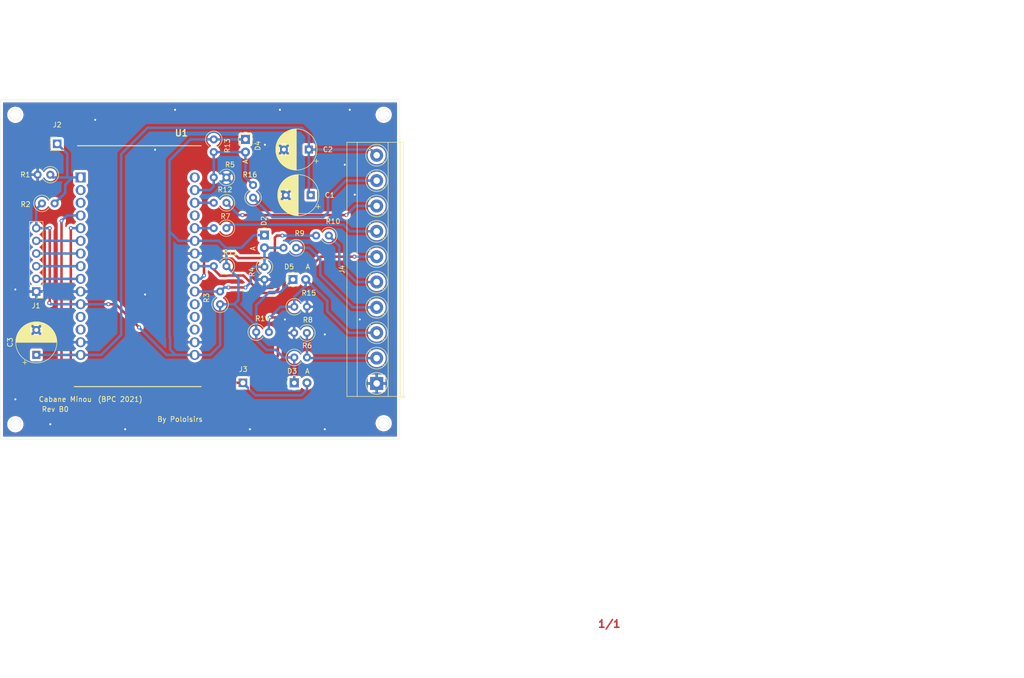
<source format=kicad_pcb>
(kicad_pcb (version 20171130) (host pcbnew "(5.1.9)-1")
  (layers (0 F.Cu signal hide) (31 B.Cu signal) (34 B.Paste user hide) (35 F.Paste user hide) (36 B.SilkS user hide) (37 F.SilkS user) (38 B.Mask user hide) (39 F.Mask user hide) (44 Edge.Cuts user))
  (net 0 "")
  (net 1 GND)
  (net 2 +5V)
  (net 3 "Net-(D2-Pad2)")
  (net 4 +3V3)
  (net 5 "Net-(D3-Pad2)")
  (net 6 "Net-(D4-Pad2)")
  (net 7 "Net-(D5-Pad2)")
  (net 8 "Net-(J1-Pad5)")
  (net 9 "Net-(J1-Pad4)")
  (net 10 "Net-(J1-Pad3)")
  (net 11 "Net-(J1-Pad2)")
  (net 12 "Net-(J2-Pad1)")
  (net 13 "Net-(J4-Pad7)")
  (net 14 "Net-(J4-Pad6)")
  (net 15 "Net-(J4-Pad5)")
  (net 16 "Net-(J4-Pad4)")
  (net 17 "Net-(R7-Pad2)")
  (net 18 "Net-(R10-Pad2)")
  (net 19 "Net-(R12-Pad2)")
  (net 20 "Net-(U1-Pad2)")
  (net 21 "Net-(U1-Pad3)")
  (net 22 "Net-(U1-Pad12)")
  (net 23 "Net-(U1-Pad13)")
  (net 24 "Net-(U1-Pad18)")
  (net 25 "Net-(U1-Pad19)")
  (net 26 "Net-(U1-Pad20)")
  (net 27 "Net-(U1-Pad27)")
  (net 28 "Net-(U1-Pad30)")
  (net 29 "Net-(J4-Pad9)")
  (net 30 "Net-(J4-Pad8)")
  (module Resistor_THT:R_Axial_DIN0309_L9.0mm_D3.2mm_P2.54mm_Vertical (layer F.Cu) (at 76 93 180)
    (fp_text reference R1 (at 5 0) (layer F.SilkS))
    (fp_text value 40k)
    (pad 2 thru_hole oval (at 2.54 0 180) (size 1.6 1.6) (drill 0.8) (layers *.Cu *.Mask) (net 1 GND))
    (pad 1 thru_hole circle (at 0 0 180) (size 1.6 1.6) (drill 0.8) (layers *.Cu *.Mask) (net 12 "Net-(J2-Pad1)"))
  )
  (module Capacitor_THT:CP_Radial_D8.0mm_P5.00mm (layer F.Cu) (at 73.2 129.1 90)
    (fp_text reference C3 (at 2.5 -5.25 90) (layer F.SilkS))
    (fp_text value 100u)
    (pad 2 thru_hole circle (at 5 0 90) (size 1.6 1.6) (drill 0.8) (layers *.Cu *.Mask) (net 1 GND))
    (pad 1 thru_hole rect (at 0 0 90) (size 1.6 1.6) (drill 0.8) (layers *.Cu *.Mask) (net 2 +5V))
  )
  (module Connector_PinHeader_2.54mm:PinHeader_1x01_P2.54mm_Vertical (layer F.Cu) (at 114.6 134.7 90)
    (fp_text reference J3 (at 2.7 0.05 180) (layer F.SilkS))
    (fp_text value Temp)
    (pad 1 thru_hole rect (at 0 0 90) (size 1.7 1.7) (drill 1) (layers *.Cu *.Mask) (net 5 "Net-(D3-Pad2)"))
  )
  (module Connector_PinHeader_2.54mm:PinHeader_1x01_P2.54mm_Vertical (layer F.Cu) (at 77.381 86.819)
    (fp_text reference J2 (at 0 -3.81) (layer F.SilkS))
    (fp_text value Lum hide)
    (pad 1 thru_hole rect (at 0 0) (size 1.7 1.7) (drill 1) (layers *.Cu *.Mask) (net 12 "Net-(J2-Pad1)"))
  )
  (module Diode_THT:D_A-405_P2.54mm_Vertical_AnodeUp (layer F.Cu) (at 124.625 113.997)
    (fp_text reference D5 (at -0.775 -2.547) (layer F.SilkS))
    (fp_text value D_Schottky)
    (fp_text user A (at 2.975 -2.547) (layer F.SilkS))
    (pad 2 thru_hole oval (at 2.54 0) (size 1.8 1.8) (drill 0.9) (layers *.Cu *.Mask) (net 7 "Net-(D5-Pad2)"))
    (pad 1 thru_hole rect (at 0 0) (size 1.8 1.8) (drill 0.9) (layers *.Cu *.Mask) (net 4 +3V3))
  )
  (module Diode_THT:D_A-405_P2.54mm_Vertical_AnodeUp (layer F.Cu) (at 115.1 85.93 270)
    (fp_text reference D4 (at 1.27 -2.47 90) (layer F.SilkS))
    (fp_text value D_Schottky)
    (fp_text user A (at 4.44 0 90) (layer F.SilkS))
    (pad 2 thru_hole oval (at 2.54 0 270) (size 1.8 1.8) (drill 0.9) (layers *.Cu *.Mask) (net 6 "Net-(D4-Pad2)"))
    (pad 1 thru_hole rect (at 0 0 270) (size 1.8 1.8) (drill 0.9) (layers *.Cu *.Mask) (net 4 +3V3))
  )
  (module Diode_THT:D_A-405_P2.54mm_Vertical_AnodeUp (layer F.Cu) (at 124.879 134.698)
    (fp_text reference D3 (at -0.429 -2.348) (layer F.SilkS))
    (fp_text value D_Schottky)
    (fp_text user A (at 2.621 -2.348) (layer F.SilkS))
    (pad 2 thru_hole oval (at 2.54 0) (size 1.8 1.8) (drill 0.9) (layers *.Cu *.Mask) (net 5 "Net-(D3-Pad2)"))
    (pad 1 thru_hole rect (at 0 0) (size 1.8 1.8) (drill 0.9) (layers *.Cu *.Mask) (net 4 +3V3))
  )
  (module Diode_THT:D_A-405_P2.54mm_Vertical_AnodeUp (layer F.Cu) (at 118.91 105.107 270)
    (fp_text reference D2 (at -2.857 0.11 90) (layer F.SilkS))
    (fp_text value D_Schottky)
    (fp_text user A (at 2.693 2.31 90) (layer F.SilkS))
    (pad 2 thru_hole oval (at 2.54 0 270) (size 1.8 1.8) (drill 0.9) (layers *.Cu *.Mask) (net 3 "Net-(D2-Pad2)"))
    (pad 1 thru_hole rect (at 0 0 270) (size 1.8 1.8) (drill 0.9) (layers *.Cu *.Mask) (net 4 +3V3))
  )
  (module bpc:BPC_NodeMCU_small (layer F.Cu) (at 93.51 111.33)
    (fp_text reference U1 (at 8.763 -26.67) (layer F.SilkS) (effects (font (size 1.27 1.27) (thickness 0.254))))
    (fp_text value NodeMCUs hide)
    (pad 1 thru_hole rect (at -11.43 -17.78) (size 2 2) (drill oval 0.9 1.5) (layers *.Cu *.Mask) (net 12 "Net-(J2-Pad1)"))
    (pad 2 thru_hole oval (at -11.43 -15.24) (size 2 2) (drill oval 1 1.4) (layers *.Cu *.Mask) (net 20 "Net-(U1-Pad2)"))
    (pad 3 thru_hole oval (at -11.43 -12.7) (size 2 2) (drill oval 1 1.4) (layers *.Cu *.Mask) (net 21 "Net-(U1-Pad3)"))
    (pad 4 thru_hole oval (at -11.43 -10.16) (size 2 2) (drill oval 1 1.4) (layers *.Cu *.Mask) (net 5 "Net-(D3-Pad2)"))
    (pad 5 thru_hole oval (at -11.43 -7.62) (size 2 2) (drill oval 1 1.4) (layers *.Cu *.Mask) (net 7 "Net-(D5-Pad2)"))
    (pad 6 thru_hole oval (at -11.43 -5.08) (size 2 2) (drill oval 1 1.4) (layers *.Cu *.Mask) (net 8 "Net-(J1-Pad5)"))
    (pad 7 thru_hole oval (at -11.43 -2.54) (size 2 2) (drill oval 1 1.4) (layers *.Cu *.Mask) (net 9 "Net-(J1-Pad4)"))
    (pad 8 thru_hole oval (at -11.43 0) (size 2 2) (drill oval 1 1.4) (layers *.Cu *.Mask) (net 10 "Net-(J1-Pad3)"))
    (pad 9 thru_hole oval (at -11.43 2.54) (size 2 2) (drill oval 1 1.4) (layers *.Cu *.Mask) (net 11 "Net-(J1-Pad2)"))
    (pad 10 thru_hole oval (at -11.43 5.08) (size 2 2) (drill oval 1 1.4) (layers *.Cu *.Mask) (net 1 GND))
    (pad 11 thru_hole oval (at -11.43 7.62) (size 2 2) (drill oval 1 1.4) (layers *.Cu *.Mask) (net 4 +3V3))
    (pad 12 thru_hole oval (at -11.43 10.16) (size 2 2) (drill oval 1 1.4) (layers *.Cu *.Mask) (net 22 "Net-(U1-Pad12)"))
    (pad 13 thru_hole oval (at -11.43 12.7) (size 2 2) (drill oval 1 1.4) (layers *.Cu *.Mask) (net 23 "Net-(U1-Pad13)"))
    (pad 14 thru_hole oval (at -11.43 15.24) (size 2 2) (drill oval 1 1.4) (layers *.Cu *.Mask) (net 1 GND))
    (pad 15 thru_hole oval (at -11.43 17.78) (size 2 2) (drill oval 1 1.4) (layers *.Cu *.Mask) (net 2 +5V))
    (pad 16 thru_hole oval (at 11.43 17.78) (size 2 2) (drill oval 1 1.4) (layers *.Cu *.Mask) (net 4 +3V3))
    (pad 17 thru_hole oval (at 11.43 15.24) (size 2 2) (drill oval 1 1.4) (layers *.Cu *.Mask) (net 1 GND))
    (pad 18 thru_hole oval (at 11.43 12.7) (size 2 2) (drill oval 1 1.4) (layers *.Cu *.Mask) (net 24 "Net-(U1-Pad18)"))
    (pad 19 thru_hole oval (at 11.43 10.16) (size 2 2) (drill oval 1 1.4) (layers *.Cu *.Mask) (net 25 "Net-(U1-Pad19)"))
    (pad 20 thru_hole oval (at 11.43 7.62) (size 2 2) (drill oval 1 1.4) (layers *.Cu *.Mask) (net 26 "Net-(U1-Pad20)"))
    (pad 21 thru_hole oval (at 11.43 5.08) (size 2 2) (drill oval 1 1.4) (layers *.Cu *.Mask) (net 3 "Net-(D2-Pad2)"))
    (pad 22 thru_hole oval (at 11.43 2.54) (size 2 2) (drill oval 1 1.4) (layers *.Cu *.Mask) (net 18 "Net-(R10-Pad2)"))
    (pad 23 thru_hole oval (at 11.43 0) (size 2 2) (drill oval 1 1.4) (layers *.Cu *.Mask) (net 14 "Net-(J4-Pad6)"))
    (pad 24 thru_hole oval (at 11.43 -2.54) (size 2 2) (drill oval 1 1.4) (layers *.Cu *.Mask) (net 1 GND))
    (pad 25 thru_hole oval (at 11.43 -5.08) (size 2 2) (drill oval 1 1.4) (layers *.Cu *.Mask) (net 4 +3V3))
    (pad 26 thru_hole oval (at 11.43 -7.62) (size 2 2) (drill oval 1 1.4) (layers *.Cu *.Mask) (net 17 "Net-(R7-Pad2)"))
    (pad 27 thru_hole oval (at 11.43 -10.16) (size 2 2) (drill oval 1 1.4) (layers *.Cu *.Mask) (net 27 "Net-(U1-Pad27)"))
    (pad 28 thru_hole oval (at 11.43 -12.7) (size 2 2) (drill oval 1 1.4) (layers *.Cu *.Mask) (net 19 "Net-(R12-Pad2)"))
    (pad 29 thru_hole oval (at 11.43 -15.24) (size 2 2) (drill oval 1 1.4) (layers *.Cu *.Mask) (net 6 "Net-(D4-Pad2)"))
    (pad 30 thru_hole oval (at 11.43 -17.78) (size 2 2) (drill oval 1 1.4) (layers *.Cu *.Mask) (net 28 "Net-(U1-Pad30)"))
  )
  (module Resistor_THT:R_Axial_DIN0309_L9.0mm_D3.2mm_P2.54mm_Vertical (layer F.Cu) (at 116.624 97.614 90)
    (fp_text reference R16 (at 4.614 -0.624 180) (layer F.SilkS))
    (fp_text value 10)
    (pad 2 thru_hole oval (at 2.54 0 90) (size 1.6 1.6) (drill 0.8) (layers *.Cu *.Mask) (net 6 "Net-(D4-Pad2)"))
    (pad 1 thru_hole circle (at 0 0 90) (size 1.6 1.6) (drill 0.8) (layers *.Cu *.Mask) (net 29 "Net-(J4-Pad9)"))
  )
  (module Resistor_THT:R_Axial_DIN0309_L9.0mm_D3.2mm_P2.54mm_Vertical (layer F.Cu) (at 124.879 119.458)
    (fp_text reference R15 (at 2.921 -2.758) (layer F.SilkS))
    (fp_text value 100k)
    (pad 2 thru_hole oval (at 2.54 0) (size 1.6 1.6) (drill 0.8) (layers *.Cu *.Mask) (net 1 GND))
    (pad 1 thru_hole circle (at 0 0) (size 1.6 1.6) (drill 0.8) (layers *.Cu *.Mask) (net 7 "Net-(D5-Pad2)"))
  )
  (module Resistor_THT:R_Axial_DIN0309_L9.0mm_D3.2mm_P2.54mm_Vertical (layer F.Cu) (at 117.259 124.538)
    (fp_text reference R14 (at 1.27 -2.72) (layer F.SilkS))
    (fp_text value 100k)
    (pad 2 thru_hole oval (at 2.54 0) (size 1.6 1.6) (drill 0.8) (layers *.Cu *.Mask) (net 7 "Net-(D5-Pad2)"))
    (pad 1 thru_hole circle (at 0 0) (size 1.6 1.6) (drill 0.8) (layers *.Cu *.Mask) (net 4 +3V3))
  )
  (module Resistor_THT:R_Axial_DIN0309_L9.0mm_D3.2mm_P2.54mm_Vertical (layer F.Cu) (at 108.75 85.93 270)
    (fp_text reference R13 (at 1.27 -2.72 90) (layer F.SilkS))
    (fp_text value 100k)
    (pad 2 thru_hole oval (at 2.54 0 270) (size 1.6 1.6) (drill 0.8) (layers *.Cu *.Mask) (net 6 "Net-(D4-Pad2)"))
    (pad 1 thru_hole circle (at 0 0 270) (size 1.6 1.6) (drill 0.8) (layers *.Cu *.Mask) (net 4 +3V3))
  )
  (module Resistor_THT:R_Axial_DIN0309_L9.0mm_D3.2mm_P2.54mm_Vertical (layer F.Cu) (at 111.29 98.63 180)
    (fp_text reference R12 (at 0.29 2.63) (layer F.SilkS))
    (fp_text value 220)
    (pad 2 thru_hole oval (at 2.54 0 180) (size 1.6 1.6) (drill 0.8) (layers *.Cu *.Mask) (net 19 "Net-(R12-Pad2)"))
    (pad 1 thru_hole circle (at 0 0 180) (size 1.6 1.6) (drill 0.8) (layers *.Cu *.Mask) (net 30 "Net-(J4-Pad8)"))
  )
  (module Resistor_THT:R_Axial_DIN0309_L9.0mm_D3.2mm_P2.54mm_Vertical (layer F.Cu) (at 111.29 111.33 180)
    (fp_text reference R11 (at -0.81 2.73) (layer F.SilkS))
    (fp_text value 100k)
    (pad 2 thru_hole oval (at 2.54 0 180) (size 1.6 1.6) (drill 0.8) (layers *.Cu *.Mask) (net 14 "Net-(J4-Pad6)"))
    (pad 1 thru_hole circle (at 0 0 180) (size 1.6 1.6) (drill 0.8) (layers *.Cu *.Mask) (net 4 +3V3))
  )
  (module Resistor_THT:R_Axial_DIN0309_L9.0mm_D3.2mm_P2.54mm_Vertical (layer F.Cu) (at 131.8 105.2 180)
    (fp_text reference R10 (at -0.85 2.85) (layer F.SilkS))
    (fp_text value 220)
    (pad 2 thru_hole oval (at 2.54 0 180) (size 1.6 1.6) (drill 0.8) (layers *.Cu *.Mask) (net 18 "Net-(R10-Pad2)"))
    (pad 1 thru_hole circle (at 0 0 180) (size 1.6 1.6) (drill 0.8) (layers *.Cu *.Mask) (net 15 "Net-(J4-Pad5)"))
  )
  (module Resistor_THT:R_Axial_DIN0309_L9.0mm_D3.2mm_P2.54mm_Vertical (layer F.Cu) (at 125.26 107.647 180)
    (fp_text reference R9 (at -0.69 2.897) (layer F.SilkS))
    (fp_text value 10)
    (pad 2 thru_hole oval (at 2.54 0 180) (size 1.6 1.6) (drill 0.8) (layers *.Cu *.Mask) (net 3 "Net-(D2-Pad2)"))
    (pad 1 thru_hole circle (at 0 0 180) (size 1.6 1.6) (drill 0.8) (layers *.Cu *.Mask) (net 16 "Net-(J4-Pad4)"))
  )
  (module Resistor_THT:R_Axial_DIN0309_L9.0mm_D3.2mm_P2.54mm_Vertical (layer F.Cu) (at 127.4 124.7 180)
    (fp_text reference R8 (at -0.2 2.6) (layer F.SilkS))
    (fp_text value 100k)
    (pad 2 thru_hole oval (at 2.54 0 180) (size 1.6 1.6) (drill 0.8) (layers *.Cu *.Mask) (net 1 GND))
    (pad 1 thru_hole circle (at 0 0 180) (size 1.6 1.6) (drill 0.8) (layers *.Cu *.Mask) (net 5 "Net-(D3-Pad2)"))
  )
  (module Resistor_THT:R_Axial_DIN0309_L9.0mm_D3.2mm_P2.54mm_Vertical (layer F.Cu) (at 111.29 103.71 180)
    (fp_text reference R7 (at 0.19 2.36) (layer F.SilkS))
    (fp_text value 220)
    (pad 2 thru_hole oval (at 2.54 0 180) (size 1.6 1.6) (drill 0.8) (layers *.Cu *.Mask) (net 17 "Net-(R7-Pad2)"))
    (pad 1 thru_hole circle (at 0 0 180) (size 1.6 1.6) (drill 0.8) (layers *.Cu *.Mask) (net 13 "Net-(J4-Pad7)"))
  )
  (module Resistor_THT:R_Axial_DIN0309_L9.0mm_D3.2mm_P2.54mm_Vertical (layer F.Cu) (at 124.879 129.618)
    (fp_text reference R6 (at 2.571 -2.368) (layer F.SilkS))
    (fp_text value 100k)
    (pad 2 thru_hole oval (at 2.54 0) (size 1.6 1.6) (drill 0.8) (layers *.Cu *.Mask) (net 5 "Net-(D3-Pad2)"))
    (pad 1 thru_hole circle (at 0 0) (size 1.6 1.6) (drill 0.8) (layers *.Cu *.Mask) (net 4 +3V3))
  )
  (module Resistor_THT:R_Axial_DIN0309_L9.0mm_D3.2mm_P2.54mm_Vertical (layer F.Cu) (at 111.29 93.55 180)
    (fp_text reference R5 (at -0.71 2.55) (layer F.SilkS))
    (fp_text value 100k)
    (pad 2 thru_hole oval (at 2.54 0 180) (size 1.6 1.6) (drill 0.8) (layers *.Cu *.Mask) (net 6 "Net-(D4-Pad2)"))
    (pad 1 thru_hole circle (at 0 0 180) (size 1.6 1.6) (drill 0.8) (layers *.Cu *.Mask) (net 1 GND))
  )
  (module Resistor_THT:R_Axial_DIN0309_L9.0mm_D3.2mm_P2.54mm_Vertical (layer F.Cu) (at 118.91 111.457 270)
    (fp_text reference R4 (at 1.043 2.51 90) (layer F.SilkS))
    (fp_text value 100k)
    (pad 2 thru_hole oval (at 2.54 0 270) (size 1.6 1.6) (drill 0.8) (layers *.Cu *.Mask) (net 1 GND))
    (pad 1 thru_hole circle (at 0 0 270) (size 1.6 1.6) (drill 0.8) (layers *.Cu *.Mask) (net 3 "Net-(D2-Pad2)"))
  )
  (module Resistor_THT:R_Axial_DIN0309_L9.0mm_D3.2mm_P2.54mm_Vertical (layer F.Cu) (at 110.02 118.95 90)
    (fp_text reference R3 (at 1.27 -2.72 90) (layer F.SilkS))
    (fp_text value 100k)
    (pad 2 thru_hole oval (at 2.54 0 90) (size 1.6 1.6) (drill 0.8) (layers *.Cu *.Mask) (net 3 "Net-(D2-Pad2)"))
    (pad 1 thru_hole circle (at 0 0 90) (size 1.6 1.6) (drill 0.8) (layers *.Cu *.Mask) (net 4 +3V3))
  )
  (module Resistor_THT:R_Axial_DIN0309_L9.0mm_D3.2mm_P2.54mm_Vertical (layer F.Cu) (at 74.333 98.757)
    (fp_text reference R2 (at -3.283 0.193) (layer F.SilkS))
    (fp_text value 100k hide)
    (pad 2 thru_hole oval (at 2.54 0) (size 1.6 1.6) (drill 0.8) (layers *.Cu *.Mask) (net 12 "Net-(J2-Pad1)"))
    (pad 1 thru_hole circle (at 0 0) (size 1.6 1.6) (drill 0.8) (layers *.Cu *.Mask) (net 4 +3V3))
  )
  (module TerminalBlock_Phoenix:TerminalBlock_Phoenix_MKDS-3-10-5.08_1x10_P5.08mm_Horizontal (layer F.Cu) (at 141.389 134.825 90)
    (fp_text reference J4 (at 22.86 -6.96 90) (layer F.SilkS))
    (fp_text value Bornier)
    (pad 10 thru_hole circle (at 45.72 0 90) (size 2.6 2.6) (drill 1.3) (layers *.Cu *.Mask) (net 2 +5V))
    (pad 9 thru_hole circle (at 40.64 0 90) (size 2.6 2.6) (drill 1.3) (layers *.Cu *.Mask) (net 29 "Net-(J4-Pad9)"))
    (pad 8 thru_hole circle (at 35.56 0 90) (size 2.6 2.6) (drill 1.3) (layers *.Cu *.Mask) (net 30 "Net-(J4-Pad8)"))
    (pad 7 thru_hole circle (at 30.48 0 90) (size 2.6 2.6) (drill 1.3) (layers *.Cu *.Mask) (net 13 "Net-(J4-Pad7)"))
    (pad 6 thru_hole circle (at 25.4 0 90) (size 2.6 2.6) (drill 1.3) (layers *.Cu *.Mask) (net 14 "Net-(J4-Pad6)"))
    (pad 5 thru_hole circle (at 20.32 0 90) (size 2.6 2.6) (drill 1.3) (layers *.Cu *.Mask) (net 15 "Net-(J4-Pad5)"))
    (pad 4 thru_hole circle (at 15.24 0 90) (size 2.6 2.6) (drill 1.3) (layers *.Cu *.Mask) (net 16 "Net-(J4-Pad4)"))
    (pad 3 thru_hole circle (at 10.16 0 90) (size 2.6 2.6) (drill 1.3) (layers *.Cu *.Mask) (net 7 "Net-(D5-Pad2)"))
    (pad 2 thru_hole circle (at 5.08 0 90) (size 2.6 2.6) (drill 1.3) (layers *.Cu *.Mask) (net 5 "Net-(D3-Pad2)"))
    (pad 1 thru_hole rect (at 0 0 90) (size 2.6 2.6) (drill 1.3) (layers *.Cu *.Mask) (net 1 GND))
  )
  (module Connector_PinHeader_2.54mm:PinHeader_1x06_P2.54mm_Vertical (layer F.Cu) (at 73.19 116.41 180)
    (fp_text reference J1 (at 0.04 -2.84) (layer F.SilkS))
    (fp_text value "Ext SPI")
    (pad 6 thru_hole oval (at 0 12.7 180) (size 1.7 1.7) (drill 1) (layers *.Cu *.Mask) (net 4 +3V3))
    (pad 5 thru_hole oval (at 0 10.16 180) (size 1.7 1.7) (drill 1) (layers *.Cu *.Mask) (net 8 "Net-(J1-Pad5)"))
    (pad 4 thru_hole oval (at 0 7.62 180) (size 1.7 1.7) (drill 1) (layers *.Cu *.Mask) (net 9 "Net-(J1-Pad4)"))
    (pad 3 thru_hole oval (at 0 5.08 180) (size 1.7 1.7) (drill 1) (layers *.Cu *.Mask) (net 10 "Net-(J1-Pad3)"))
    (pad 2 thru_hole oval (at 0 2.54 180) (size 1.7 1.7) (drill 1) (layers *.Cu *.Mask) (net 11 "Net-(J1-Pad2)"))
    (pad 1 thru_hole rect (at 0 0 180) (size 1.7 1.7) (drill 1) (layers *.Cu *.Mask) (net 1 GND))
  )
  (module Capacitor_THT:CP_Radial_D8.0mm_P5.00mm (layer F.Cu) (at 127.8 87.962 180)
    (fp_text reference C2 (at -3.81 0) (layer F.SilkS))
    (fp_text value 100u)
    (pad 2 thru_hole circle (at 5 0 180) (size 1.6 1.6) (drill 0.8) (layers *.Cu *.Mask) (net 1 GND))
    (pad 1 thru_hole rect (at 0 0 180) (size 1.6 1.6) (drill 0.8) (layers *.Cu *.Mask) (net 2 +5V))
  )
  (module Capacitor_THT:CP_Radial_D8.0mm_P5.00mm (layer F.Cu) (at 128.181 97.106 180)
    (fp_text reference C1 (at -3.81 0) (layer F.SilkS))
    (fp_text value 100u)
    (pad 2 thru_hole circle (at 5 0 180) (size 1.6 1.6) (drill 0.8) (layers *.Cu *.Mask) (net 1 GND))
    (pad 1 thru_hole rect (at 0 0 180) (size 1.6 1.6) (drill 0.8) (layers *.Cu *.Mask) (net 2 +5V))
  )
  (gr_text "By Poloisirs" (at 102 142) (layer F.SilkS) (effects (font (size 1 1))))
  (gr_text "(BPC 2021)" (at 90 138) (layer F.SilkS) (effects (font (size 1 1))))
  (gr_text "Rev B0" (at 77 140) (layer F.SilkS) (effects (font (size 1 1))))
  (gr_text "Cabane Minou" (at 79 138) (layer F.SilkS) (effects (font (size 1 1))))
  (gr_text 1/1 (at 188 183) (layer F.Cu) (effects (font (size 1.5 1.5) (thickness 0.3))))
  (gr_line (start 66 142) (end 66 146) (layer Edge.Cuts) (width 0.05))
  (gr_line (start 66 82) (end 66 78) (layer Edge.Cuts) (width 0.05))
  (gr_circle (center 142.8 142.8) (end 143.9 142.8) (layer Edge.Cuts) (width 0.05))
  (gr_circle (center 69 143) (end 70.1 143) (layer Edge.Cuts) (width 0.05))
  (gr_circle (center 69 81) (end 70.1 81) (layer Edge.Cuts) (width 0.05))
  (gr_circle (center 142.8 81) (end 143.9 81) (layer Edge.Cuts) (width 0.05))
  (gr_line (start 66 82) (end 66 142) (layer Edge.Cuts) (width 0.05))
  (gr_line (start 146 78) (end 66 78) (layer Edge.Cuts) (width 0.05))
  (gr_line (start 146 146) (end 146 78) (layer Edge.Cuts) (width 0.05))
  (gr_line (start 66 146) (end 146 146) (layer Edge.Cuts) (width 0.05))
  (segment (start 122.8 96.725) (end 123.181 97.106) (width 0.5) (layer B.Cu) (net 1))
  (segment (start 122.8 87.962) (end 122.8 96.725) (width 0.5) (layer B.Cu) (net 1))
  (segment (start 73.19 116.41) (end 82.08 116.41) (width 0.5) (layer B.Cu) (net 1))
  (via (at 85 82) (size 0.8) (drill 0.4) (layers F.Cu B.Cu) (net 1))
  (via (at 69 116) (size 0.8) (drill 0.4) (layers F.Cu B.Cu) (net 1))
  (via (at 69 138) (size 0.8) (drill 0.4) (layers F.Cu B.Cu) (net 1))
  (via (at 76 143) (size 0.8) (drill 0.4) (layers F.Cu B.Cu) (net 1))
  (via (at 91 144) (size 0.8) (drill 0.4) (layers F.Cu B.Cu) (net 1))
  (via (at 131 144) (size 0.8) (drill 0.4) (layers F.Cu B.Cu) (net 1))
  (via (at 116 144) (size 0.8) (drill 0.4) (layers F.Cu B.Cu) (net 1))
  (via (at 101 80) (size 0.8) (drill 0.4) (layers F.Cu B.Cu) (net 1))
  (via (at 122 80) (size 0.8) (drill 0.4) (layers F.Cu B.Cu) (net 1))
  (via (at 136 80) (size 0.8) (drill 0.4) (layers F.Cu B.Cu) (net 1))
  (via (at 135 91) (size 0.8) (drill 0.4) (layers F.Cu B.Cu) (net 1))
  (via (at 137 97) (size 0.8) (drill 0.4) (layers F.Cu B.Cu) (net 1))
  (via (at 119 87) (size 0.8) (drill 0.4) (layers F.Cu B.Cu) (net 1))
  (via (at 97 88) (size 0.8) (drill 0.4) (layers F.Cu B.Cu) (net 1))
  (via (at 95 117) (size 0.8) (drill 0.4) (layers F.Cu B.Cu) (net 1))
  (via (at 123 122) (size 0.8) (drill 0.4) (layers F.Cu B.Cu) (net 1))
  (via (at 131 125) (size 0.8) (drill 0.4) (layers F.Cu B.Cu) (net 1))
  (via (at 138 122) (size 0.8) (drill 0.4) (layers F.Cu B.Cu) (net 1))
  (segment (start 127.8 96.725) (end 128.181 97.106) (width 0.5) (layer B.Cu) (net 2))
  (segment (start 127.8 87.962) (end 127.8 96.725) (width 0.5) (layer B.Cu) (net 2))
  (segment (start 140.246 87.962) (end 141.389 89.105) (width 0.5) (layer B.Cu) (net 2))
  (segment (start 127.8 87.962) (end 140.246 87.962) (width 0.5) (layer B.Cu) (net 2))
  (segment (start 127.8 85) (end 127.8 87.962) (width 0.5) (layer B.Cu) (net 2))
  (segment (start 126.4 83.6) (end 127.8 85) (width 0.5) (layer B.Cu) (net 2))
  (segment (start 90.2 88.9) (end 95.5 83.6) (width 0.5) (layer B.Cu) (net 2))
  (segment (start 90.2 125.1) (end 90.2 88.9) (width 0.5) (layer B.Cu) (net 2))
  (segment (start 95.5 83.6) (end 126.4 83.6) (width 0.5) (layer B.Cu) (net 2))
  (segment (start 86.19 129.11) (end 90.2 125.1) (width 0.5) (layer B.Cu) (net 2))
  (segment (start 82.08 129.11) (end 86.19 129.11) (width 0.5) (layer B.Cu) (net 2))
  (segment (start 73.21 129.11) (end 73.2 129.1) (width 0.5) (layer B.Cu) (net 2))
  (segment (start 82.08 129.11) (end 73.21 129.11) (width 0.5) (layer B.Cu) (net 2))
  (segment (start 118.91 107.647) (end 118.91 111.457) (width 0.5) (layer B.Cu) (net 3))
  (segment (start 118.91 107.647) (end 122.72 107.647) (width 0.5) (layer B.Cu) (net 3))
  (segment (start 104.94 116.41) (end 110.02 116.41) (width 0.5) (layer B.Cu) (net 3))
  (segment (start 110.02 116.41) (end 110.83 115.6) (width 0.5) (layer B.Cu) (net 3))
  (segment (start 110.83 115.6) (end 111.7 115.6) (width 0.5) (layer B.Cu) (net 3))
  (segment (start 111.7 115.6) (end 111.7 115.6) (width 0.5) (layer B.Cu) (net 3))
  (via (at 111.7 115.6) (size 0.8) (drill 0.4) (layers F.Cu B.Cu) (net 3))
  (segment (start 111.7 115.6) (end 115.1 115.6) (width 0.5) (layer F.Cu) (net 3))
  (segment (start 115.1 115.6) (end 115.1 115.6) (width 0.5) (layer F.Cu) (net 3))
  (via (at 115.1 115.6) (size 0.8) (drill 0.4) (layers F.Cu B.Cu) (net 3))
  (segment (start 116.743 111.457) (end 118.91 111.457) (width 0.5) (layer B.Cu) (net 3))
  (segment (start 115.1 115.6) (end 116.2 114.5) (width 0.5) (layer B.Cu) (net 3))
  (segment (start 116.15 114.45) (end 116.15 112.05) (width 0.5) (layer B.Cu) (net 3))
  (segment (start 116.15 112.05) (end 116.743 111.457) (width 0.5) (layer B.Cu) (net 3))
  (segment (start 108.75 85.93) (end 115.1 85.93) (width 0.5) (layer B.Cu) (net 4))
  (segment (start 104.94 106.25) (end 109.75 106.25) (width 0.5) (layer B.Cu) (net 4))
  (segment (start 111.29 107.79) (end 111.29 111.33) (width 0.5) (layer B.Cu) (net 4))
  (segment (start 118.91 105.107) (end 116.793 105.107) (width 0.5) (layer B.Cu) (net 4))
  (segment (start 114.25 107.65) (end 111.15 107.65) (width 0.5) (layer B.Cu) (net 4))
  (segment (start 116.793 105.107) (end 114.25 107.65) (width 0.5) (layer B.Cu) (net 4))
  (segment (start 111.15 107.65) (end 111.29 107.79) (width 0.5) (layer B.Cu) (net 4))
  (segment (start 109.75 106.25) (end 111.15 107.65) (width 0.5) (layer B.Cu) (net 4))
  (segment (start 110.02 118.95) (end 112.85 118.95) (width 0.5) (layer B.Cu) (net 4))
  (segment (start 112.85 118.95) (end 113.7 118.1) (width 0.5) (layer B.Cu) (net 4))
  (segment (start 113.7 113.74) (end 111.29 111.33) (width 0.5) (layer B.Cu) (net 4))
  (segment (start 113.7 118.1) (end 113.7 113.74) (width 0.5) (layer B.Cu) (net 4))
  (segment (start 117.259 123.359) (end 112.85 118.95) (width 0.5) (layer B.Cu) (net 4))
  (segment (start 117.259 124.538) (end 117.259 123.359) (width 0.5) (layer B.Cu) (net 4))
  (segment (start 124.879 129.618) (end 124.879 134.698) (width 0.5) (layer B.Cu) (net 4))
  (segment (start 124.879 129.618) (end 122.718 129.618) (width 0.5) (layer B.Cu) (net 4))
  (segment (start 122.718 129.618) (end 121.2 128.1) (width 0.5) (layer B.Cu) (net 4))
  (segment (start 121.2 128.1) (end 119.3 128.1) (width 0.5) (layer B.Cu) (net 4))
  (segment (start 117.259 126.059) (end 117.259 124.538) (width 0.5) (layer B.Cu) (net 4))
  (segment (start 119.3 128.1) (end 117.259 126.059) (width 0.5) (layer B.Cu) (net 4))
  (segment (start 117.259 124.538) (end 117.259 119.141) (width 0.5) (layer B.Cu) (net 4))
  (segment (start 117.259 119.141) (end 119.9 116.5) (width 0.5) (layer B.Cu) (net 4))
  (segment (start 122.122 116.5) (end 124.625 113.997) (width 0.5) (layer B.Cu) (net 4))
  (segment (start 119.9 116.5) (end 122.122 116.5) (width 0.5) (layer B.Cu) (net 4))
  (segment (start 82.08 118.95) (end 79.35 118.95) (width 0.5) (layer B.Cu) (net 4))
  (segment (start 73.19 99.9) (end 74.333 98.757) (width 0.5) (layer B.Cu) (net 4))
  (segment (start 73.19 103.71) (end 73.19 99.9) (width 0.5) (layer B.Cu) (net 4))
  (segment (start 73.19 103.71) (end 75.89 103.71) (width 0.5) (layer B.Cu) (net 4))
  (segment (start 75.89 103.71) (end 75.89 103.71) (width 0.5) (layer B.Cu) (net 4))
  (segment (start 79.35 118.95) (end 79.25 118.95) (width 0.5) (layer B.Cu) (net 4))
  (segment (start 79.35 118.95) (end 76.05 118.95) (width 0.5) (layer B.Cu) (net 4))
  (segment (start 76.05 118.95) (end 75.8 118.7) (width 0.5) (layer B.Cu) (net 4))
  (segment (start 75.8 118.7) (end 75.8 118.7) (width 0.5) (layer B.Cu) (net 4))
  (via (at 75.8 118.7) (size 0.8) (drill 0.4) (layers F.Cu B.Cu) (net 4))
  (segment (start 75.89 103.71) (end 75.89 103.71) (width 0.5) (layer B.Cu) (net 4))
  (via (at 75.89 103.71) (size 0.8) (drill 0.4) (layers F.Cu B.Cu) (net 4))
  (segment (start 75.89 118.61) (end 75.8 118.7) (width 0.5) (layer F.Cu) (net 4))
  (segment (start 75.89 103.71) (end 75.89 118.61) (width 0.5) (layer F.Cu) (net 4))
  (segment (start 110.02 118.95) (end 110.02 127.18) (width 0.5) (layer B.Cu) (net 4))
  (segment (start 108.09 129.11) (end 104.94 129.11) (width 0.5) (layer B.Cu) (net 4))
  (segment (start 110.02 127.18) (end 108.09 129.11) (width 0.5) (layer B.Cu) (net 4))
  (segment (start 99.31 129.11) (end 93.8 123.6) (width 0.5) (layer B.Cu) (net 4))
  (segment (start 93.8 123.6) (end 93.8 123.6) (width 0.5) (layer B.Cu) (net 4))
  (via (at 93.8 123.6) (size 0.8) (drill 0.4) (layers F.Cu B.Cu) (net 4))
  (segment (start 82.08 118.95) (end 87.65 118.95) (width 0.5) (layer B.Cu) (net 4))
  (segment (start 87.65 118.95) (end 87.65 118.95) (width 0.5) (layer B.Cu) (net 4))
  (via (at 87.65 118.95) (size 0.8) (drill 0.4) (layers F.Cu B.Cu) (net 4))
  (segment (start 89.15 118.95) (end 93.8 123.6) (width 0.5) (layer F.Cu) (net 4))
  (segment (start 87.65 118.95) (end 89.15 118.95) (width 0.5) (layer F.Cu) (net 4))
  (segment (start 108.75 85.93) (end 104.07 85.93) (width 0.5) (layer B.Cu) (net 4))
  (segment (start 104.07 85.93) (end 99.9 90.1) (width 0.5) (layer B.Cu) (net 4))
  (segment (start 99.9 90.1) (end 99.9 104.4) (width 0.5) (layer B.Cu) (net 4))
  (segment (start 101.75 106.25) (end 104.94 106.25) (width 0.5) (layer B.Cu) (net 4))
  (segment (start 99.9 104.4) (end 101.75 106.25) (width 0.5) (layer B.Cu) (net 4))
  (segment (start 99.9 104.4) (end 99.9 125.5) (width 0.5) (layer B.Cu) (net 4))
  (segment (start 99.9 125.5) (end 100 125.6) (width 0.5) (layer B.Cu) (net 4))
  (segment (start 100 128.02) (end 101.09 129.11) (width 0.5) (layer B.Cu) (net 4))
  (segment (start 100 125.6) (end 100 128.02) (width 0.5) (layer B.Cu) (net 4))
  (segment (start 101.09 129.11) (end 99.31 129.11) (width 0.5) (layer B.Cu) (net 4))
  (segment (start 104.94 129.11) (end 101.09 129.11) (width 0.5) (layer B.Cu) (net 4))
  (segment (start 127.546 129.745) (end 127.419 129.618) (width 0.5) (layer B.Cu) (net 5))
  (segment (start 141.389 129.745) (end 127.546 129.745) (width 0.5) (layer B.Cu) (net 5))
  (segment (start 127.419 134.698) (end 127.419 136.081) (width 0.5) (layer B.Cu) (net 5))
  (segment (start 127.419 136.081) (end 126.3 137.2) (width 0.5) (layer B.Cu) (net 5))
  (segment (start 117.1 137.2) (end 114.6 134.7) (width 0.5) (layer B.Cu) (net 5))
  (segment (start 126.3 137.2) (end 117.1 137.2) (width 0.5) (layer B.Cu) (net 5))
  (segment (start 127.419 124.719) (end 127.4 124.7) (width 0.5) (layer B.Cu) (net 5))
  (segment (start 127.419 129.618) (end 127.419 124.719) (width 0.5) (layer B.Cu) (net 5))
  (segment (start 82.08 101.17) (end 79.33 101.17) (width 0.5) (layer B.Cu) (net 5))
  (segment (start 79.33 101.17) (end 78.25 102.25) (width 0.5) (layer B.Cu) (net 5))
  (segment (start 78.2 102.3) (end 78.2 102.3) (width 0.5) (layer B.Cu) (net 5))
  (segment (start 78.25 102.25) (end 78.2 102.3) (width 0.5) (layer B.Cu) (net 5))
  (via (at 78.25 102.25) (size 0.8) (drill 0.4) (layers F.Cu B.Cu) (net 5))
  (segment (start 78.25 102.25) (end 78.25 120.25) (width 0.5) (layer F.Cu) (net 5))
  (segment (start 78.25 120.25) (end 78.25 120.25) (width 0.5) (layer F.Cu) (net 5))
  (segment (start 78.25 120.25) (end 78.25 132.05) (width 0.5) (layer F.Cu) (net 5))
  (segment (start 80.9 134.7) (end 114.6 134.7) (width 0.5) (layer F.Cu) (net 5))
  (segment (start 78.25 132.05) (end 80.9 134.7) (width 0.5) (layer F.Cu) (net 5))
  (segment (start 108.75 88.47) (end 115.1 88.47) (width 0.5) (layer B.Cu) (net 6))
  (segment (start 108.75 88.47) (end 108.75 93.55) (width 0.5) (layer B.Cu) (net 6))
  (segment (start 108.75 93.55) (end 108.75 95.35) (width 0.5) (layer B.Cu) (net 6))
  (segment (start 108.01 96.09) (end 104.94 96.09) (width 0.5) (layer B.Cu) (net 6))
  (segment (start 108.75 95.35) (end 108.01 96.09) (width 0.5) (layer B.Cu) (net 6))
  (segment (start 115.1 93.55) (end 116.624 95.074) (width 0.5) (layer B.Cu) (net 6))
  (segment (start 115.1 88.47) (end 115.1 93.55) (width 0.5) (layer B.Cu) (net 6))
  (segment (start 124.879 119.458) (end 122.142 119.458) (width 0.5) (layer B.Cu) (net 7))
  (segment (start 119.799 121.801) (end 119.799 124.538) (width 0.5) (layer B.Cu) (net 7))
  (segment (start 122.142 119.458) (end 120 121.6) (width 0.5) (layer B.Cu) (net 7))
  (segment (start 127.165 115.235) (end 127.165 113.997) (width 0.5) (layer B.Cu) (net 7))
  (segment (start 124.879 117.521) (end 127.165 115.235) (width 0.5) (layer B.Cu) (net 7))
  (segment (start 124.879 119.458) (end 124.879 117.521) (width 0.5) (layer B.Cu) (net 7))
  (segment (start 141.389 124.665) (end 135.765 124.665) (width 0.5) (layer B.Cu) (net 7))
  (segment (start 135.765 124.665) (end 131.5 120.4) (width 0.5) (layer B.Cu) (net 7))
  (segment (start 131.5 118.332) (end 127.165 113.997) (width 0.5) (layer B.Cu) (net 7))
  (segment (start 131.5 120.4) (end 131.5 118.332) (width 0.5) (layer B.Cu) (net 7))
  (segment (start 82.08 103.71) (end 80.11 103.71) (width 0.5) (layer B.Cu) (net 7))
  (segment (start 80.11 103.71) (end 80.11 103.71) (width 0.5) (layer B.Cu) (net 7))
  (segment (start 80.11 103.71) (end 80.11 103.71) (width 0.5) (layer B.Cu) (net 7))
  (via (at 80.11 103.71) (size 0.8) (drill 0.4) (layers F.Cu B.Cu) (net 7))
  (segment (start 120 121.6) (end 119.799 121.801) (width 0.5) (layer B.Cu) (net 7))
  (via (at 120 121.6) (size 0.8) (drill 0.4) (layers F.Cu B.Cu) (net 7))
  (segment (start 119.4 131.5) (end 119.4 131.5) (width 0.5) (layer F.Cu) (net 7))
  (segment (start 121.6 122) (end 121.2 121.6) (width 0.5) (layer F.Cu) (net 7))
  (segment (start 119.4 131.5) (end 121.6 129.3) (width 0.5) (layer F.Cu) (net 7))
  (segment (start 107 131.5) (end 119.4 131.5) (width 0.5) (layer F.Cu) (net 7))
  (segment (start 121.2 121.6) (end 120 121.6) (width 0.5) (layer F.Cu) (net 7))
  (segment (start 105.7 132.8) (end 107 131.5) (width 0.5) (layer F.Cu) (net 7))
  (segment (start 81.4 132.8) (end 105.7 132.8) (width 0.5) (layer F.Cu) (net 7))
  (segment (start 80.11 131.51) (end 81.4 132.8) (width 0.5) (layer F.Cu) (net 7))
  (segment (start 121.6 129.3) (end 121.6 122) (width 0.5) (layer F.Cu) (net 7))
  (segment (start 80.11 103.71) (end 80.11 131.51) (width 0.5) (layer F.Cu) (net 7))
  (segment (start 73.19 106.25) (end 82.08 106.25) (width 0.5) (layer B.Cu) (net 8))
  (segment (start 73.19 108.79) (end 82.08 108.79) (width 0.5) (layer B.Cu) (net 9))
  (segment (start 82.08 111.33) (end 73.19 111.33) (width 0.5) (layer B.Cu) (net 10))
  (segment (start 73.19 113.87) (end 82.08 113.87) (width 0.5) (layer B.Cu) (net 11))
  (segment (start 79.413 88.851) (end 77.381 86.819) (width 0.5) (layer B.Cu) (net 12))
  (segment (start 79.413 93.55) (end 79.413 88.851) (width 0.5) (layer B.Cu) (net 12))
  (segment (start 76.55 93.55) (end 76 93) (width 0.5) (layer B.Cu) (net 12))
  (segment (start 79.413 93.55) (end 76.55 93.55) (width 0.5) (layer B.Cu) (net 12))
  (segment (start 76.873 98.757) (end 79 96.63) (width 0.5) (layer B.Cu) (net 12))
  (segment (start 79 95) (end 80.45 93.55) (width 0.5) (layer B.Cu) (net 12))
  (segment (start 79 96.63) (end 79 95) (width 0.5) (layer B.Cu) (net 12))
  (segment (start 80.45 93.55) (end 82.08 93.55) (width 0.5) (layer B.Cu) (net 12))
  (segment (start 79.413 93.55) (end 80.45 93.55) (width 0.5) (layer B.Cu) (net 12))
  (segment (start 141.389 104.345) (end 136.045 104.345) (width 0.5) (layer B.Cu) (net 13))
  (segment (start 136.045 104.345) (end 134.7 103) (width 0.5) (layer B.Cu) (net 13))
  (segment (start 112 103) (end 111.29 103.71) (width 0.5) (layer B.Cu) (net 13))
  (segment (start 134.7 103) (end 112 103) (width 0.5) (layer B.Cu) (net 13))
  (segment (start 108.75 111.33) (end 104.94 111.33) (width 0.5) (layer B.Cu) (net 14))
  (segment (start 141.389 109.425) (end 136.925 109.425) (width 0.5) (layer B.Cu) (net 14))
  (segment (start 136.925 109.425) (end 136.925 109.425) (width 0.5) (layer B.Cu) (net 14))
  (via (at 136.925 109.425) (size 0.8) (drill 0.4) (layers F.Cu B.Cu) (net 14))
  (segment (start 110.05 113.25) (end 108.75 111.95) (width 0.5) (layer F.Cu) (net 14))
  (segment (start 111.25 113.25) (end 110.05 113.25) (width 0.5) (layer F.Cu) (net 14))
  (segment (start 111.3 113.2) (end 111.25 113.25) (width 0.5) (layer F.Cu) (net 14))
  (segment (start 114.7 113.2) (end 111.3 113.2) (width 0.5) (layer F.Cu) (net 14))
  (segment (start 118.2 116.7) (end 114.7 113.2) (width 0.5) (layer F.Cu) (net 14))
  (segment (start 108.75 111.95) (end 108.75 111.33) (width 0.5) (layer F.Cu) (net 14))
  (segment (start 121.7 115.9) (end 120.9 116.7) (width 0.5) (layer F.Cu) (net 14))
  (segment (start 120.9 116.7) (end 118.2 116.7) (width 0.5) (layer F.Cu) (net 14))
  (segment (start 121.7 112.7) (end 121.7 115.9) (width 0.5) (layer F.Cu) (net 14))
  (segment (start 128.4 111.2) (end 123.2 111.2) (width 0.5) (layer F.Cu) (net 14))
  (segment (start 123.2 111.2) (end 121.7 112.7) (width 0.5) (layer F.Cu) (net 14))
  (segment (start 130.175 109.425) (end 128.4 111.2) (width 0.5) (layer F.Cu) (net 14))
  (segment (start 136.925 109.425) (end 130.175 109.425) (width 0.5) (layer F.Cu) (net 14))
  (segment (start 131.8 105.2) (end 133.9 107.3) (width 0.5) (layer B.Cu) (net 15))
  (segment (start 133.9 107.3) (end 133.9 111.1) (width 0.5) (layer B.Cu) (net 15))
  (segment (start 137.305 114.505) (end 141.389 114.505) (width 0.5) (layer B.Cu) (net 15))
  (segment (start 133.9 111.1) (end 137.305 114.505) (width 0.5) (layer B.Cu) (net 15))
  (segment (start 141.389 119.585) (end 136.585 119.585) (width 0.5) (layer B.Cu) (net 16))
  (segment (start 136.585 119.585) (end 130.1 113.1) (width 0.5) (layer B.Cu) (net 16))
  (segment (start 130.1 113.1) (end 130.1 109.9) (width 0.5) (layer B.Cu) (net 16))
  (segment (start 127.847 107.647) (end 125.26 107.647) (width 0.5) (layer B.Cu) (net 16))
  (segment (start 130.1 109.9) (end 127.847 107.647) (width 0.5) (layer B.Cu) (net 16))
  (segment (start 104.94 103.71) (end 108.75 103.71) (width 0.5) (layer B.Cu) (net 17))
  (segment (start 104.94 113.87) (end 106.13 113.87) (width 0.5) (layer B.Cu) (net 18))
  (segment (start 106.13 113.87) (end 106.8 113.2) (width 0.5) (layer B.Cu) (net 18))
  (segment (start 106.8 113.2) (end 106.8 113.2) (width 0.5) (layer B.Cu) (net 18))
  (via (at 106.8 113.2) (size 0.8) (drill 0.4) (layers F.Cu B.Cu) (net 18))
  (segment (start 129.26 105.2) (end 122.5 105.2) (width 0.5) (layer B.Cu) (net 18))
  (segment (start 122.5 105.2) (end 122.5 105.2) (width 0.5) (layer B.Cu) (net 18))
  (via (at 122.5 105.2) (size 0.8) (drill 0.4) (layers F.Cu B.Cu) (net 18))
  (segment (start 122.5 105.2) (end 121.4 105.2) (width 0.5) (layer F.Cu) (net 18))
  (segment (start 121.4 105.2) (end 121 105.6) (width 0.5) (layer F.Cu) (net 18))
  (segment (start 121 105.6) (end 121 108.8) (width 0.5) (layer F.Cu) (net 18))
  (segment (start 121 108.8) (end 120.1 109.7) (width 0.5) (layer F.Cu) (net 18))
  (segment (start 120.1 109.7) (end 113.7 109.7) (width 0.5) (layer F.Cu) (net 18))
  (segment (start 113.7 109.7) (end 112.8 108.8) (width 0.5) (layer F.Cu) (net 18))
  (segment (start 112.8 108.8) (end 107.5 108.8) (width 0.5) (layer F.Cu) (net 18))
  (segment (start 107.5 108.8) (end 106.8 109.5) (width 0.5) (layer F.Cu) (net 18))
  (segment (start 106.8 109.5) (end 106.8 109.5) (width 0.5) (layer F.Cu) (net 18))
  (segment (start 106.8 113.2) (end 106.8 109.5) (width 0.5) (layer F.Cu) (net 18))
  (segment (start 107.48 98.63) (end 104.94 98.63) (width 0.25) (layer B.Cu) (net 19))
  (segment (start 108.75 98.63) (end 104.94 98.63) (width 0.5) (layer B.Cu) (net 19))
  (segment (start 120.51 101.5) (end 116.624 97.614) (width 0.5) (layer B.Cu) (net 29))
  (segment (start 130.7 101.5) (end 120.51 101.5) (width 0.5) (layer B.Cu) (net 29))
  (segment (start 131.629999 97.770001) (end 131.629999 100.570001) (width 0.5) (layer B.Cu) (net 29))
  (segment (start 135.215 94.185) (end 131.629999 97.770001) (width 0.5) (layer B.Cu) (net 29))
  (segment (start 131.629999 100.570001) (end 130.7 101.5) (width 0.5) (layer B.Cu) (net 29))
  (segment (start 141.389 94.185) (end 135.215 94.185) (width 0.5) (layer B.Cu) (net 29))
  (segment (start 111.29 98.63) (end 113.76 101.1) (width 0.5) (layer B.Cu) (net 30))
  (segment (start 113.76 101.1) (end 114.5 101.1) (width 0.5) (layer B.Cu) (net 30))
  (segment (start 114.5 101.1) (end 114.5 101.1) (width 0.5) (layer B.Cu) (net 30))
  (via (at 114.5 101.1) (size 0.8) (drill 0.4) (layers F.Cu B.Cu) (net 30))
  (segment (start 114.5 101.1) (end 114.5 101.1) (width 0.5) (layer B.Cu) (net 30))
  (via (at 114.5 101.1) (size 0.8) (drill 0.4) (layers F.Cu B.Cu) (net 30))
  (segment (start 114.5 101.1) (end 135.3 101.1) (width 0.5) (layer F.Cu) (net 30))
  (segment (start 135.3 101.1) (end 135.3 101.1) (width 0.5) (layer F.Cu) (net 30))
  (via (at 135.3 101.1) (size 0.8) (drill 0.4) (layers F.Cu B.Cu) (net 30))
  (segment (start 137.135 99.265) (end 141.389 99.265) (width 0.5) (layer B.Cu) (net 30))
  (segment (start 135.3 101.1) (end 137.135 99.265) (width 0.5) (layer B.Cu) (net 30))
  (zone (net 1) (net_name GND) (layer F.Cu) (connect_pads (clearance 0.508)) (min_thickness 0.254) (fill yes (arc_segments 32) (thermal_gap 0.508) (thermal_bridge_width 0.508))
    (polygon (pts (xy 146 146) (xy 66 146) (xy 66 78) (xy 146 78)))
  )
  (zone (net 1) (net_name GND) (layer B.Cu) (connect_pads (clearance 0.508)) (min_thickness 0.254) (fill yes (arc_segments 32) (thermal_gap 0.508) (thermal_bridge_width 0.508))
    (polygon (pts (xy 146 146) (xy 66 146) (xy 66 78) (xy 146 78)))
  )
)
</source>
